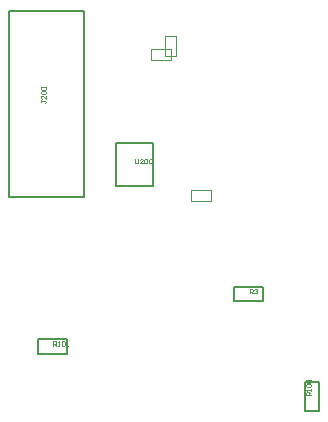
<source format=gbr>
G04*
G04 #@! TF.GenerationSoftware,Altium Limited,Altium Designer,25.7.1 (20)*
G04*
G04 Layer_Color=8388736*
%FSLAX44Y44*%
%MOMM*%
G71*
G04*
G04 #@! TF.SameCoordinates,265DE244-54D5-4CCD-A973-AF3357FD315F*
G04*
G04*
G04 #@! TF.FilePolarity,Positive*
G04*
G01*
G75*
%ADD12C,0.2000*%
%ADD14C,0.0762*%
%ADD77C,0.1000*%
D12*
X1470750Y666750D02*
Y823650D01*
X1534250D01*
Y666750D02*
Y823650D01*
X1470750Y666750D02*
X1534250D01*
X1661610Y590200D02*
X1686110D01*
Y578200D02*
Y590200D01*
X1661610Y578200D02*
X1686110D01*
X1661610D02*
Y590200D01*
X1561500Y712250D02*
X1592500D01*
Y676250D02*
Y712250D01*
X1561500Y676250D02*
X1592500D01*
X1561500D02*
Y712250D01*
X1721200Y485590D02*
X1733200D01*
Y510090D01*
X1721200D02*
X1733200D01*
X1721200Y485590D02*
Y510090D01*
X1495250Y534000D02*
Y546000D01*
Y534000D02*
X1519750D01*
Y546000D01*
X1495250D02*
X1519750D01*
D14*
X1497929Y748501D02*
Y747232D01*
Y747866D01*
X1501103D01*
X1501738Y747232D01*
Y746597D01*
X1501103Y745962D01*
X1501738Y752310D02*
Y749771D01*
X1499199Y752310D01*
X1498564D01*
X1497929Y751675D01*
Y750406D01*
X1498564Y749771D01*
Y753579D02*
X1497929Y754214D01*
Y755484D01*
X1498564Y756119D01*
X1501103D01*
X1501738Y755484D01*
Y754214D01*
X1501103Y753579D01*
X1498564D01*
Y757388D02*
X1497929Y758023D01*
Y759293D01*
X1498564Y759927D01*
X1501103D01*
X1501738Y759293D01*
Y758023D01*
X1501103Y757388D01*
X1498564D01*
X1674622Y584962D02*
Y588771D01*
X1676526D01*
X1677161Y588136D01*
Y586866D01*
X1676526Y586231D01*
X1674622D01*
X1675892D02*
X1677161Y584962D01*
X1678431Y588136D02*
X1679066Y588771D01*
X1680335D01*
X1680970Y588136D01*
Y587501D01*
X1680335Y586866D01*
X1679700D01*
X1680335D01*
X1680970Y586231D01*
Y585597D01*
X1680335Y584962D01*
X1679066D01*
X1678431Y585597D01*
X1577762Y698821D02*
Y695647D01*
X1578397Y695012D01*
X1579666D01*
X1580301Y695647D01*
Y698821D01*
X1584110Y695012D02*
X1581571D01*
X1584110Y697551D01*
Y698186D01*
X1583475Y698821D01*
X1582205D01*
X1581571Y698186D01*
X1585379D02*
X1586014Y698821D01*
X1587284D01*
X1587919Y698186D01*
Y695647D01*
X1587284Y695012D01*
X1586014D01*
X1585379Y695647D01*
Y698186D01*
X1589188D02*
X1589823Y698821D01*
X1591093D01*
X1591727Y698186D01*
Y695647D01*
X1591093Y695012D01*
X1589823D01*
X1589188Y695647D01*
Y698186D01*
X1726438Y498602D02*
X1722629D01*
Y500506D01*
X1723264Y501141D01*
X1724534D01*
X1725168Y500506D01*
Y498602D01*
Y499871D02*
X1726438Y501141D01*
Y502411D02*
Y503680D01*
Y503046D01*
X1722629D01*
X1723264Y502411D01*
Y505585D02*
X1722629Y506219D01*
Y507489D01*
X1723264Y508124D01*
X1725803D01*
X1726438Y507489D01*
Y506219D01*
X1725803Y505585D01*
X1723264D01*
Y509393D02*
X1722629Y510028D01*
Y511298D01*
X1723264Y511933D01*
X1725803D01*
X1726438Y511298D01*
Y510028D01*
X1725803Y509393D01*
X1723264D01*
X1508262Y540762D02*
Y544571D01*
X1510166D01*
X1510801Y543936D01*
Y542666D01*
X1510166Y542032D01*
X1508262D01*
X1509532D02*
X1510801Y540762D01*
X1512071D02*
X1513340D01*
X1512706D01*
Y544571D01*
X1512071Y543936D01*
X1515245D02*
X1515879Y544571D01*
X1517149D01*
X1517784Y543936D01*
Y541397D01*
X1517149Y540762D01*
X1515879D01*
X1515245Y541397D01*
Y543936D01*
X1519053Y540762D02*
X1520323D01*
X1519688D01*
Y544571D01*
X1519053Y543936D01*
D77*
X1602750Y786000D02*
X1612250D01*
X1602750Y803000D02*
X1612250D01*
X1602750Y786000D02*
Y803000D01*
X1612250Y786000D02*
Y803000D01*
X1608000Y782750D02*
Y792250D01*
X1591000Y782750D02*
Y792250D01*
Y782750D02*
X1608000D01*
X1591000Y792250D02*
X1608000D01*
X1624470Y663270D02*
X1641970D01*
X1624470Y672770D02*
X1641970D01*
Y663270D02*
Y672770D01*
X1624470Y663270D02*
Y672770D01*
M02*

</source>
